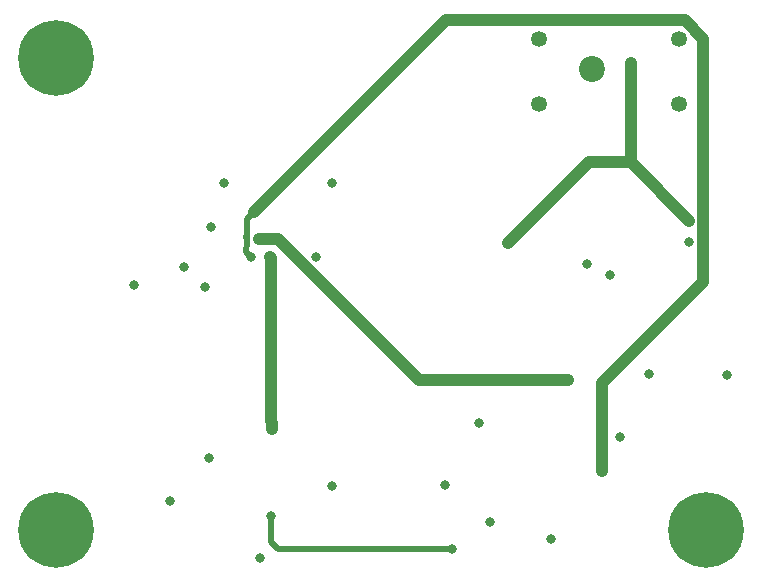
<source format=gbr>
G04 #@! TF.GenerationSoftware,KiCad,Pcbnew,(5.1.5-0)*
G04 #@! TF.CreationDate,2020-09-22T17:23:07-07:00*
G04 #@! TF.ProjectId,Luminometer_ADC,4c756d69-6e6f-46d6-9574-65725f414443,rev?*
G04 #@! TF.SameCoordinates,Original*
G04 #@! TF.FileFunction,Copper,L2,Inr*
G04 #@! TF.FilePolarity,Positive*
%FSLAX46Y46*%
G04 Gerber Fmt 4.6, Leading zero omitted, Abs format (unit mm)*
G04 Created by KiCad (PCBNEW (5.1.5-0)) date 2020-09-22 17:23:07*
%MOMM*%
%LPD*%
G04 APERTURE LIST*
%ADD10C,6.400000*%
%ADD11C,1.350000*%
%ADD12C,0.800000*%
%ADD13C,2.200000*%
%ADD14C,1.000000*%
%ADD15C,0.500000*%
G04 APERTURE END LIST*
D10*
X175000000Y-125000000D03*
X120000000Y-125000000D03*
D11*
X160898000Y-88869000D03*
X172768000Y-88869000D03*
X172768000Y-83369000D03*
X160898000Y-83369000D03*
D10*
X120000000Y-85000000D03*
D12*
X170180000Y-111760000D03*
X166243000Y-120015000D03*
X134239000Y-95631000D03*
X143383000Y-95631000D03*
X172085000Y-106680000D03*
X136525000Y-101854000D03*
X170053000Y-81788000D03*
X166878000Y-103378000D03*
D13*
X165354000Y-85979000D03*
D12*
X126619000Y-104267000D03*
X173609000Y-98806000D03*
X168656000Y-85471000D03*
X176784000Y-111887000D03*
X173609000Y-100584000D03*
X167767000Y-117094000D03*
X163322000Y-112268000D03*
X137160000Y-100330000D03*
X158242000Y-100711000D03*
X152908000Y-121158000D03*
X138176000Y-123825000D03*
X153543000Y-126619000D03*
X143383000Y-121285000D03*
X129667000Y-122555000D03*
X137287000Y-127381000D03*
X132969000Y-118872000D03*
X161925000Y-125730000D03*
X156718000Y-124333000D03*
X155829000Y-115951000D03*
X138176000Y-101854000D03*
X138303000Y-116459000D03*
X132588000Y-104394000D03*
X130810000Y-102743000D03*
X141986000Y-101854000D03*
X133096000Y-99314000D03*
X164973000Y-102489000D03*
D14*
X156337000Y-81788000D02*
X170053000Y-81788000D01*
X172484999Y-106280001D02*
X172085000Y-106680000D01*
X174809009Y-103955991D02*
X172484999Y-106280001D01*
X173222002Y-81788000D02*
X174809009Y-83375007D01*
X174809009Y-83375007D02*
X174809009Y-103955991D01*
X170053000Y-81788000D02*
X173222002Y-81788000D01*
D15*
X136125001Y-101454001D02*
X136525000Y-101854000D01*
D14*
X166243000Y-112522000D02*
X166243000Y-120015000D01*
X172085000Y-106680000D02*
X166243000Y-112522000D01*
X156337000Y-81788000D02*
X153035000Y-81788000D01*
X153035000Y-81788000D02*
X136779000Y-98044000D01*
D15*
X136779000Y-98044000D02*
X136144000Y-98679000D01*
X136144000Y-98679000D02*
X136144000Y-100584000D01*
X136144000Y-100584000D02*
X136125001Y-101454001D01*
X136125001Y-100106997D02*
X136144000Y-100584000D01*
D14*
X168656000Y-93853000D02*
X173609000Y-98806000D01*
X168656000Y-85471000D02*
X168656000Y-93853000D01*
X165100000Y-93853000D02*
X158242000Y-100711000D01*
X168656000Y-93853000D02*
X165100000Y-93853000D01*
D15*
X137910002Y-100330000D02*
X137725685Y-100330000D01*
D14*
X138833998Y-100330000D02*
X137725685Y-100330000D01*
X137725685Y-100330000D02*
X137160000Y-100330000D01*
X150771998Y-112268000D02*
X138833998Y-100330000D01*
X163322000Y-112268000D02*
X150771998Y-112268000D01*
D15*
X138303000Y-101981000D02*
X138176000Y-101854000D01*
D14*
X138303000Y-115893315D02*
X138176000Y-115766315D01*
X138176000Y-101939514D02*
X138133243Y-101896757D01*
X138176000Y-115766315D02*
X138176000Y-101939514D01*
X138303000Y-116459000D02*
X138303000Y-115893315D01*
D15*
X138176000Y-125984000D02*
X138176000Y-123825000D01*
X138811000Y-126619000D02*
X138176000Y-125984000D01*
X153543000Y-126619000D02*
X138811000Y-126619000D01*
M02*

</source>
